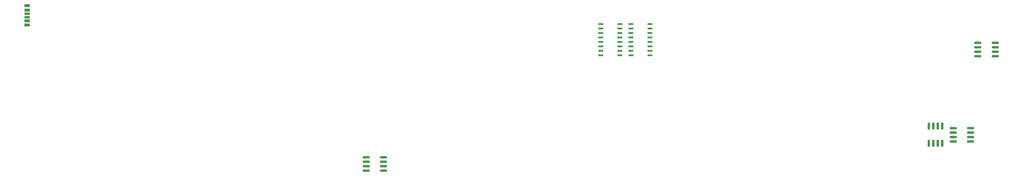
<source format=gbr>
%TF.GenerationSoftware,KiCad,Pcbnew,9.0.4-1.fc42app3*%
%TF.CreationDate,2025-11-06T21:39:46-06:00*%
%TF.ProjectId,8-Bit-PC,382d4269-742d-4504-932e-6b696361645f,1*%
%TF.SameCoordinates,Original*%
%TF.FileFunction,Paste,Top*%
%TF.FilePolarity,Positive*%
%FSLAX46Y46*%
G04 Gerber Fmt 4.6, Leading zero omitted, Abs format (unit mm)*
G04 Created by KiCad (PCBNEW 9.0.4-1.fc42app3) date 2025-11-06 21:39:46*
%MOMM*%
%LPD*%
G01*
G04 APERTURE LIST*
G04 Aperture macros list*
%AMRoundRect*
0 Rectangle with rounded corners*
0 $1 Rounding radius*
0 $2 $3 $4 $5 $6 $7 $8 $9 X,Y pos of 4 corners*
0 Add a 4 corners polygon primitive as box body*
4,1,4,$2,$3,$4,$5,$6,$7,$8,$9,$2,$3,0*
0 Add four circle primitives for the rounded corners*
1,1,$1+$1,$2,$3*
1,1,$1+$1,$4,$5*
1,1,$1+$1,$6,$7*
1,1,$1+$1,$8,$9*
0 Add four rect primitives between the rounded corners*
20,1,$1+$1,$2,$3,$4,$5,0*
20,1,$1+$1,$4,$5,$6,$7,0*
20,1,$1+$1,$6,$7,$8,$9,0*
20,1,$1+$1,$8,$9,$2,$3,0*%
G04 Aperture macros list end*
%ADD10RoundRect,0.150000X-0.825000X-0.150000X0.825000X-0.150000X0.825000X0.150000X-0.825000X0.150000X0*%
%ADD11RoundRect,0.150000X-0.150000X0.825000X-0.150000X-0.825000X0.150000X-0.825000X0.150000X0.825000X0*%
%ADD12R,1.361700X0.558800*%
%ADD13RoundRect,0.175000X-0.625000X0.175000X-0.625000X-0.175000X0.625000X-0.175000X0.625000X0.175000X0*%
%ADD14RoundRect,0.200000X-0.600000X0.200000X-0.600000X-0.200000X0.600000X-0.200000X0.600000X0.200000X0*%
%ADD15RoundRect,0.225000X-0.575000X0.225000X-0.575000X-0.225000X0.575000X-0.225000X0.575000X0.225000X0*%
%ADD16RoundRect,0.150000X0.825000X0.150000X-0.825000X0.150000X-0.825000X-0.150000X0.825000X-0.150000X0*%
G04 APERTURE END LIST*
D10*
%TO.C,U1*%
X294592100Y-118507300D03*
X294592100Y-119777300D03*
X294592100Y-121047300D03*
X294592100Y-122317300D03*
X299542100Y-122317300D03*
X299542100Y-121047300D03*
X299542100Y-119777300D03*
X299542100Y-118507300D03*
%TD*%
D11*
%TO.C,U2*%
X284472100Y-142187300D03*
X283202100Y-142187300D03*
X281932100Y-142187300D03*
X280662100Y-142187300D03*
X280662100Y-147137300D03*
X281932100Y-147137300D03*
X283202100Y-147137300D03*
X284472100Y-147137300D03*
%TD*%
D12*
%TO.C,U21*%
X187500050Y-113150000D03*
X187500050Y-114420000D03*
X187500050Y-115690000D03*
X187500050Y-116960000D03*
X187500050Y-118230000D03*
X187500050Y-119500000D03*
X187500050Y-120770000D03*
X187500050Y-122040000D03*
X192849550Y-122040000D03*
X192849550Y-120770000D03*
X192849550Y-119500000D03*
X192849550Y-118230000D03*
X192849550Y-116960000D03*
X192849550Y-115690000D03*
X192849550Y-114420000D03*
X192849550Y-113150000D03*
%TD*%
%TO.C,U23*%
X196049350Y-113150000D03*
X196049350Y-114420000D03*
X196049350Y-115690000D03*
X196049350Y-116960000D03*
X196049350Y-118230000D03*
X196049350Y-119500000D03*
X196049350Y-120770000D03*
X196049350Y-122040000D03*
X201398850Y-122040000D03*
X201398850Y-120770000D03*
X201398850Y-119500000D03*
X201398850Y-118230000D03*
X201398850Y-116960000D03*
X201398850Y-115690000D03*
X201398850Y-114420000D03*
X201398850Y-113150000D03*
%TD*%
D13*
%TO.C,J1*%
X24500000Y-110170000D03*
D14*
X24500000Y-112190000D03*
D15*
X24500000Y-113420000D03*
D13*
X24500000Y-111170000D03*
D14*
X24500000Y-109150000D03*
D15*
X24500000Y-107920000D03*
%TD*%
D10*
%TO.C,U31*%
X120808900Y-151109100D03*
X120808900Y-152379100D03*
X120808900Y-153649100D03*
X120808900Y-154919100D03*
X125758900Y-154919100D03*
X125758900Y-153649100D03*
X125758900Y-152379100D03*
X125758900Y-151109100D03*
%TD*%
D16*
%TO.C,U3*%
X292542100Y-146567300D03*
X292542100Y-145297300D03*
X292542100Y-144027300D03*
X292542100Y-142757300D03*
X287592100Y-142757300D03*
X287592100Y-144027300D03*
X287592100Y-145297300D03*
X287592100Y-146567300D03*
%TD*%
M02*

</source>
